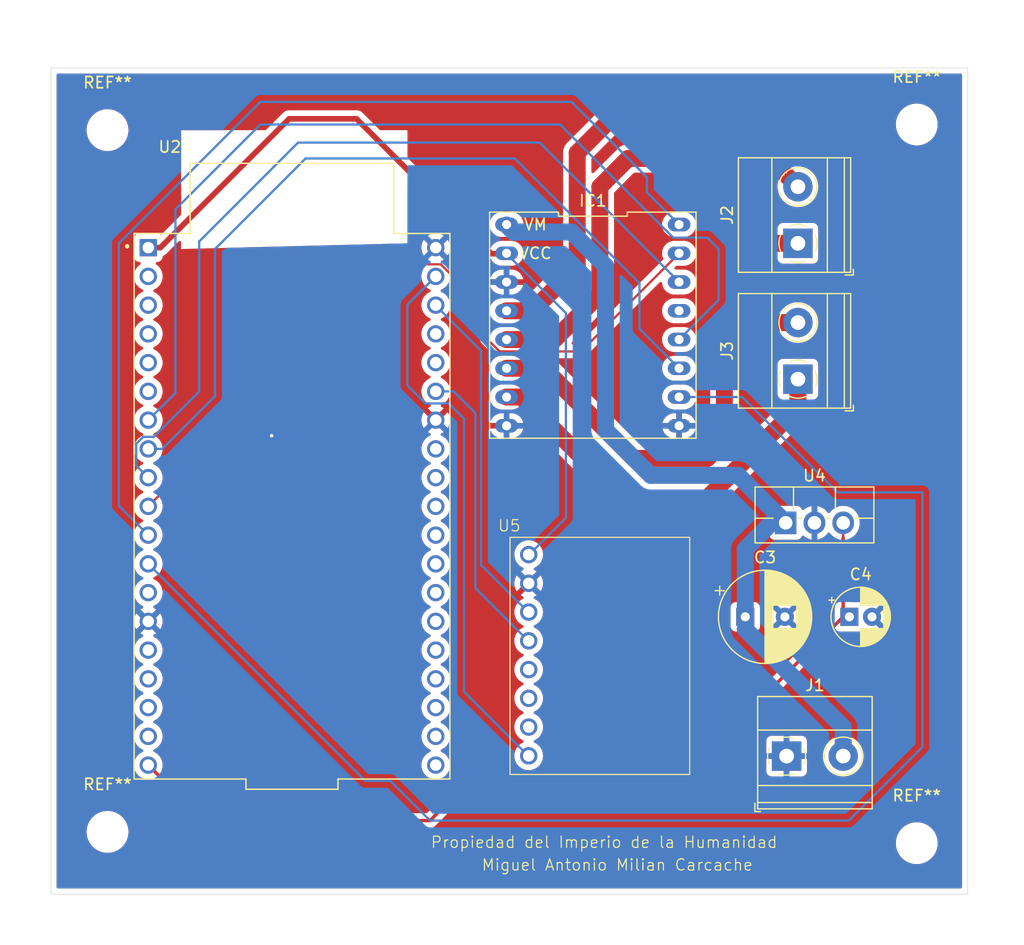
<source format=kicad_pcb>
(kicad_pcb (version 20240108) (generator "pcbnew") (generator_version "8.0")
  (layers (0 "F.Cu" signal) (31 "B.Cu" signal) (34 "B.Paste" user) (35 "F.Paste" user) (36 "B.SilkS" user "B.Silkscreen") (37 "F.SilkS" user "F.Silkscreen") (38 "B.Mask" user) (39 "F.Mask" user) (44 "Edge.Cuts" user))
  (net 0 "")
  (net 1 "+9V")
  (net 2 "GND")
  (net 3 "+5V")
  (net 4 "DirB MotorA")
  (net 5 "Derecha A")
  (net 6 "Enable A")
  (net 7 "+3.3V")
  (net 8 "Enable B")
  (net 9 "Izquierda A")
  (net 10 "Derecha B")
  (net 11 "DirA MotorA")
  (net 12 "Izquierda B")
  (net 13 "DirA MotorB")
  (net 14 "DirB MotorB")
  (net 27 "SCL")
  (net 28 "D4")
  (net 33 "SDA")
  (footprint "Capacitor_THT:CP_Radial_D5.0mm_P2.00mm" (layer "F.Cu") (at 127.0449 96.5)
    (property "Reference" "C4" (at 1 -3.75 0) (layer "F.SilkS"))
    (property "Value" "0.1uF")
    (pad "1" thru_hole rect (at 0 0) (size 1.6 1.6) (drill 0.8) (layers "*.Cu" "*.Mask") (net 3 "+5V"))
    (pad "2" thru_hole circle (at 2 0) (size 1.6 1.6) (drill 0.8) (layers "*.Cu" "*.Mask") (net 2 "GND"))
  )
  (footprint "TerminalBlock_Phoenix:TerminalBlock_Phoenix_MKDS-1,5-2_1x02_P5.00mm_Horizontal" (layer "F.Cu") (at 122.5 75.5 90)
    (property "Reference" "J3" (at 2.5 -6.26 -90) (layer "F.SilkS"))
    (property "Value" "Conn_01x02")
    (pad "1" thru_hole rect (at 0 0 90) (size 2.6 2.6) (drill 1.3) (layers "*.Cu" "*.Mask") (net 14 "DirB MotorB"))
    (pad "2" thru_hole circle (at 5 0 90) (size 2.6 2.6) (drill 1.3) (layers "*.Cu" "*.Mask") (net 13 "DirA MotorB"))
  )
  (footprint "Huellas Ramses:TB6612FngSparkfun" (layer "F.Cu") (at 105.65 74.54)
    (property "Reference" "IC1" (at -1.27 -14.8 0) (layer "F.SilkS"))
    (property "Value" "TB6612FNG")
    (fp_text user "VM" (at -6.35 -12.7 0) (layer "F.SilkS"))
    (fp_text user "VCC" (at -6.35 -10.16 0) (layer "F.SilkS"))
    (pad "1" thru_hole oval (at -8.89 -12.7 270) (size 1.2 2) (drill 0.8) (layers "*.Cu" "*.Mask") (net 1 "+9V"))
    (pad "2" thru_hole oval (at -8.89 -10.16 270) (size 1.2 2) (drill 0.8) (layers "*.Cu" "*.Mask") (net 7 "+3.3V"))
    (pad "3" thru_hole oval (at -8.89 -7.62 270) (size 1.2 2) (drill 0.8) (layers "*.Cu" "*.Mask") (net 2 "GND"))
    (pad "4" thru_hole oval (at -8.89 -5.08 270) (size 1.2 2) (drill 0.8) (layers "*.Cu" "*.Mask") (net 11 "DirA MotorA"))
    (pad "5" thru_hole oval (at -8.89 -2.54 270) (size 1.2 2) (drill 0.8) (layers "*.Cu" "*.Mask") (net 4 "DirB MotorA"))
    (pad "6" thru_hole oval (at -8.89 0 270) (size 1.2 2) (drill 0.8) (layers "*.Cu" "*.Mask") (net 13 "DirA MotorB"))
    (pad "7" thru_hole oval (at -8.89 2.54 270) (size 1.2 2) (drill 0.8) (layers "*.Cu" "*.Mask") (net 14 "DirB MotorB"))
    (pad "8" thru_hole oval (at -8.89 5.08 270) (size 1.2 2) (drill 0.8) (layers "*.Cu" "*.Mask") (net 2 "GND"))
    (pad "9" thru_hole oval (at 6.35 5.08 270) (size 1.2 2) (drill 0.8) (layers "*.Cu" "*.Mask") (net 2 "GND"))
    (pad "10" thru_hole oval (at 6.35 2.54 270) (size 1.2 2) (drill 0.8) (layers "*.Cu" "*.Mask") (net 8 "Enable B"))
    (pad "11" thru_hole oval (at 6.35 0 270) (size 1.2 2) (drill 0.8) (layers "*.Cu" "*.Mask") (net 10 "Derecha B"))
    (pad "12" thru_hole oval (at 6.35 -2.54 270) (size 1.2 2) (drill 0.8) (layers "*.Cu" "*.Mask") (net 12 "Izquierda B"))
    (pad "13" thru_hole oval (at 6.35 -5.08 270) (size 1.2 2) (drill 0.8) (layers "*.Cu" "*.Mask"))
    (pad "14" thru_hole oval (at 6.35 -7.62 270) (size 1.2 2) (drill 0.8) (layers "*.Cu" "*.Mask") (net 9 "Izquierda A"))
    (pad "15" thru_hole oval (at 6.35 -10.16 270) (size 1.2 2) (drill 0.8) (layers "*.Cu" "*.Mask") (net 5 "Derecha A"))
    (pad "16" thru_hole oval (at 6.35 -12.7 270) (size 1.2 2) (drill 0.8) (layers "*.Cu" "*.Mask") (net 6 "Enable A"))
  )
  (footprint "TerminalBlock_Phoenix:TerminalBlock_Phoenix_MKDS-1,5-2_1x02_P5.00mm_Horizontal" (layer "F.Cu") (at 121.5 108.805)
    (property "Reference" "J1" (at 2.5 -6.26 0) (layer "F.SilkS"))
    (property "Value" "Conn_01x02")
    (pad "1" thru_hole rect (at 0 0) (size 2.6 2.6) (drill 1.3) (layers "*.Cu" "*.Mask") (net 2 "GND"))
    (pad "2" thru_hole circle (at 5 0) (size 2.6 2.6) (drill 1.3) (layers "*.Cu" "*.Mask") (net 1 "+9V"))
  )
  (footprint "ESP32:MODULE_ESP32-DEVKITC" (layer "F.Cu") (at 77.8 86.73)
    (property "Reference" "U2" (at -10.795 -31.75 0) (layer "F.SilkS"))
    (property "Value" "ESP32-DEVKITC")
    (pad "1" thru_hole rect (at -12.7 -22.85) (size 1.53 1.53) (drill 1.02) (layers "*.Cu" "*.Mask") (net 7 "+3.3V"))
    (pad "2" thru_hole circle (at -12.7 -20.31) (size 1.53 1.53) (drill 1.02) (layers "*.Cu" "*.Mask"))
    (pad "3" thru_hole circle (at -12.7 -17.77) (size 1.53 1.53) (drill 1.02) (layers "*.Cu" "*.Mask"))
    (pad "4" thru_hole circle (at -12.7 -15.23) (size 1.53 1.53) (drill 1.02) (layers "*.Cu" "*.Mask"))
    (pad "5" thru_hole circle (at -12.7 -12.69) (size 1.53 1.53) (drill 1.02) (layers "*.Cu" "*.Mask"))
    (pad "6" thru_hole circle (at -12.7 -10.15) (size 1.53 1.53) (drill 1.02) (layers "*.Cu" "*.Mask"))
    (pad "7" thru_hole circle (at -12.7 -7.61) (size 1.53 1.53) (drill 1.02) (layers "*.Cu" "*.Mask") (net 12 "Izquierda B"))
    (pad "8" thru_hole circle (at -12.7 -5.07) (size 1.53 1.53) (drill 1.02) (layers "*.Cu" "*.Mask") (net 10 "Derecha B"))
    (pad "9" thru_hole circle (at -12.7 -2.53) (size 1.53 1.53) (drill 1.02) (layers "*.Cu" "*.Mask") (net 9 "Izquierda A"))
    (pad "10" thru_hole circle (at -12.7 0.01) (size 1.53 1.53) (drill 1.02) (layers "*.Cu" "*.Mask") (net 5 "Derecha A"))
    (pad "11" thru_hole circle (at -12.7 2.55) (size 1.53 1.53) (drill 1.02) (layers "*.Cu" "*.Mask") (net 6 "Enable A"))
    (pad "12" thru_hole circle (at -12.7 5.09) (size 1.53 1.53) (drill 1.02) (layers "*.Cu" "*.Mask") (net 8 "Enable B"))
    (pad "13" thru_hole circle (at -12.7 7.63) (size 1.53 1.53) (drill 1.02) (layers "*.Cu" "*.Mask"))
    (pad "14" thru_hole circle (at -12.7 10.17) (size 1.53 1.53) (drill 1.02) (layers "*.Cu" "*.Mask") (net 2 "GND"))
    (pad "15" thru_hole circle (at -12.7 12.71) (size 1.53 1.53) (drill 1.02) (layers "*.Cu" "*.Mask"))
    (pad "16" thru_hole circle (at -12.7 15.25) (size 1.53 1.53) (drill 1.02) (layers "*.Cu" "*.Mask"))
    (pad "17" thru_hole circle (at -12.7 17.79) (size 1.53 1.53) (drill 1.02) (layers "*.Cu" "*.Mask"))
    (pad "18" thru_hole circle (at -12.7 20.33) (size 1.53 1.53) (drill 1.02) (layers "*.Cu" "*.Mask"))
    (pad "19" thru_hole circle (at -12.7 22.87) (size 1.53 1.53) (drill 1.02) (layers "*.Cu" "*.Mask") (net 3 "+5V"))
    (pad "20" thru_hole circle (at 12.7 22.87) (size 1.53 1.53) (drill 1.02) (layers "*.Cu" "*.Mask"))
    (pad "21" thru_hole circle (at 12.7 20.33) (size 1.53 1.53) (drill 1.02) (layers "*.Cu" "*.Mask"))
    (pad "22" thru_hole circle (at 12.7 17.79) (size 1.53 1.53) (drill 1.02) (layers "*.Cu" "*.Mask"))
    (pad "23" thru_hole circle (at 12.7 15.25) (size 1.53 1.53) (drill 1.02) (layers "*.Cu" "*.Mask"))
    (pad "24" thru_hole circle (at 12.7 12.71) (size 1.53 1.53) (drill 1.02) (layers "*.Cu" "*.Mask"))
    (pad "25" thru_hole circle (at 12.7 10.17) (size 1.53 1.53) (drill 1.02) (layers "*.Cu" "*.Mask"))
    (pad "26" thru_hole circle (at 12.7 7.63) (size 1.53 1.53) (drill 1.02) (layers "*.Cu" "*.Mask"))
    (pad "27" thru_hole circle (at 12.7 5.09) (size 1.53 1.53) (drill 1.02) (layers "*.Cu" "*.Mask"))
    (pad "28" thru_hole circle (at 12.7 2.55) (size 1.53 1.53) (drill 1.02) (layers "*.Cu" "*.Mask"))
    (pad "29" thru_hole circle (at 12.7 0.01) (size 1.53 1.53) (drill 1.02) (layers "*.Cu" "*.Mask"))
    (pad "30" thru_hole circle (at 12.7 -2.53) (size 1.53 1.53) (drill 1.02) (layers "*.Cu" "*.Mask"))
    (pad "31" thru_hole circle (at 12.7 -5.07) (size 1.53 1.53) (drill 1.02) (layers "*.Cu" "*.Mask"))
    (pad "32" thru_hole circle (at 12.7 -7.61) (size 1.53 1.53) (drill 1.02) (layers "*.Cu" "*.Mask") (net 2 "GND"))
    (pad "33" thru_hole circle (at 12.7 -10.15) (size 1.53 1.53) (drill 1.02) (layers "*.Cu" "*.Mask") (net 33 "SDA"))
    (pad "34" thru_hole circle (at 12.7 -12.69) (size 1.53 1.53) (drill 1.02) (layers "*.Cu" "*.Mask"))
    (pad "35" thru_hole circle (at 12.7 -15.23) (size 1.53 1.53) (drill 1.02) (layers "*.Cu" "*.Mask"))
    (pad "36" thru_hole circle (at 12.7 -17.77) (size 1.53 1.53) (drill 1.02) (layers "*.Cu" "*.Mask") (net 27 "SCL"))
    (pad "37" thru_hole circle (at 12.7 -20.31) (size 1.53 1.53) (drill 1.02) (layers "*.Cu" "*.Mask") (net 28 "D4"))
    (pad "38" thru_hole circle (at 12.7 -22.85) (size 1.53 1.53) (drill 1.02) (layers "*.Cu" "*.Mask") (net 2 "GND"))
  )
  (footprint "MountingHole:MountingHole_3.2mm_M3" (layer "F.Cu") (at 133 53)
    (property "Reference" "REF**" (at 0 -4.2 0) (layer "F.SilkS"))
    (property "Value" "MountingHole_3.2mm_M3")
    (pad "" np_thru_hole circle (at 0 0) (size 3.2 3.2) (drill 3.2) (layers "*.Cu" "*.Mask"))
  )
  (footprint "Huellas Ramses:MPU6050" (layer "F.Cu") (at 98.7135 91)
    (property "Reference" "U5" (at -1.7135 -2.5465 0) (layer "F.SilkS") (effects (font (thickness 0.1))))
    (property "Value" "MPU-6050-A")
    (pad "1" thru_hole circle (at 0 0) (size 1.53 1.53) (drill 1.02) (layers "*.Cu" "*.Mask") (net 7 "+3.3V"))
    (pad "2" thru_hole circle (at 0 2.54) (size 1.53 1.53) (drill 1.02) (layers "*.Cu" "*.Mask") (net 2 "GND"))
    (pad "3" thru_hole circle (at 0 5.08) (size 1.53 1.53) (drill 1.02) (layers "*.Cu" "*.Mask") (net 27 "SCL"))
    (pad "4" thru_hole circle (at 0 7.62) (size 1.53 1.53) (drill 1.02) (layers "*.Cu" "*.Mask") (net 33 "SDA"))
    (pad "5" thru_hole circle (at 0 10.16) (size 1.53 1.53) (drill 1.02) (layers "*.Cu" "*.Mask"))
    (pad "6" thru_hole circle (at 0 12.7) (size 1.53 1.53) (drill 1.02) (layers "*.Cu" "*.Mask"))
    (pad "7" thru_hole circle (at 0 15.24) (size 1.53 1.53) (drill 1.02) (layers "*.Cu" "*.Mask"))
    (pad "8" thru_hole circle (at 0 17.78) (size 1.53 1.53) (drill 1.02) (layers "*.Cu" "*.Mask") (net 28 "D4"))
  )
  (footprint "Package_TO_SOT_THT:TO-220F-3_Vertical" (layer "F.Cu") (at 121.42 88.195)
    (property "Reference" "U4" (at 2.54 -4.1675 0) (layer "F.SilkS"))
    (property "Value" "L7805")
    (pad "1" thru_hole rect (at 0 0) (size 1.905 2) (drill 1.2) (layers "*.Cu" "*.Mask") (net 1 "+9V"))
    (pad "2" thru_hole oval (at 2.54 0) (size 1.905 2) (drill 1.2) (layers "*.Cu" "*.Mask") (net 2 "GND"))
    (pad "3" thru_hole oval (at 5.08 0) (size 1.905 2) (drill 1.2) (layers "*.Cu" "*.Mask") (net 3 "+5V"))
  )
  (footprint "MountingHole:MountingHole_3.2mm_M3" (layer "F.Cu") (at 61.5 115.5)
    (property "Reference" "REF**" (at 0 -4.2 0) (layer "F.SilkS"))
    (property "Value" "MountingHole_3.2mm_M3")
    (pad "" np_thru_hole circle (at 0 0) (size 3.2 3.2) (drill 3.2) (layers "*.Cu" "*.Mask"))
  )
  (footprint "MountingHole:MountingHole_3.2mm_M3" (layer "F.Cu") (at 133 116.5)
    (property "Reference" "REF**" (at 0 -4.2 0) (layer "F.SilkS"))
    (property "Value" "MountingHole_3.2mm_M3")
    (pad "" np_thru_hole circle (at 0 0) (size 3.2 3.2) (drill 3.2) (layers "*.Cu" "*.Mask"))
  )
  (footprint "Capacitor_THT:CP_Radial_D8.0mm_P3.50mm" (layer "F.Cu") (at 117.8473 96.5)
    (property "Reference" "C3" (at 1.75 -5.25 0) (layer "F.SilkS"))
    (property "Value" "0.47uF")
    (pad "1" thru_hole rect (at 0 0) (size 1.6 1.6) (drill 0.8) (layers "*.Cu" "*.Mask") (net 1 "+9V"))
    (pad "2" thru_hole circle (at 3.5 0) (size 1.6 1.6) (drill 0.8) (layers "*.Cu" "*.Mask") (net 2 "GND"))
  )
  (footprint "MountingHole:MountingHole_3.2mm_M3" (layer "F.Cu") (at 61.5 53.5)
    (property "Reference" "REF**" (at 0 -4.2 0) (layer "F.SilkS"))
    (property "Value" "MountingHole_3.2mm_M3")
    (pad "" np_thru_hole circle (at 0 0) (size 3.2 3.2) (drill 3.2) (layers "*.Cu" "*.Mask"))
  )
  (footprint "TerminalBlock_Phoenix:TerminalBlock_Phoenix_MKDS-1,5-2_1x02_P5.00mm_Horizontal" (layer "F.Cu") (at 122.5 63.5 90)
    (property "Reference" "J2" (at 2.5 -6.26 -90) (layer "F.SilkS"))
    (property "Value" "Conn_01x02")
    (pad "1" thru_hole rect (at 0 0 90) (size 2.6 2.6) (drill 1.3) (layers "*.Cu" "*.Mask") (net 4 "DirB MotorA"))
    (pad "2" thru_hole circle (at 5 0 90) (size 2.6 2.6) (drill 1.3) (layers "*.Cu" "*.Mask") (net 11 "DirA MotorA"))
  )
  (gr_rect (start 56.5 48) (end 137.5 121) (stroke (width 0.05)) (fill none) (layer "Edge.Cuts"))
  (gr_text "Propiedad del Imperio de la Humanidad" (at 90 117 0) (layer "F.SilkS") (effects (font (size 1 1) (thickness 0.1)) (justify left bottom)))
  (gr_text "Miguel Antonio Milian Carcache" (at 94.5 119 0) (layer "F.SilkS") (effects (font (size 1 1) (thickness 0.1)) (justify left bottom)))
  (segment (start 105.5 65.5) (end 105.5 80) (width 1.5) (layer "B.Cu") (net 1))
  (segment (start 105.5 80) (end 109.5 84) (width 1.5) (layer "B.Cu") (net 1))
  (segment (start 121.42 88.195) (end 120.1674 88.195) (width 0.4) (layer "B.Cu") (net 1))
  (segment (start 96.76 61.88) (end 97.38 62.5) (width 1.5) (layer "B.Cu") (net 1))
  (segment (start 117.8473 96.5) (end 117.8473 97.6001) (width 0.4) (layer "B.Cu") (net 1))
  (segment (start 120.1674 88.195) (end 117.8473 90.5151) (width 1.5) (layer "B.Cu") (net 1))
  (segment (start 126.5 106.2528) (end 126.5 108.805) (width 1.5) (layer "B.Cu") (net 1))
  (segment (start 102.5 62.5) (end 105.5 65.5) (width 1.5) (layer "B.Cu") (net 1))
  (segment (start 117.8473 97.6001) (end 126.5 106.2528) (width 1.5) (layer "B.Cu") (net 1))
  (segment (start 97.38 62.5) (end 102.5 62.5) (width 1.5) (layer "B.Cu") (net 1))
  (segment (start 117.8473 90.5151) (end 117.8473 96.5) (width 1.5) (layer "B.Cu") (net 1))
  (segment (start 117.225 84) (end 121.42 88.195) (width 1.5) (layer "B.Cu") (net 1))
  (segment (start 109.5 84) (end 117.225 84) (width 1.5) (layer "B.Cu") (net 1))
  (via (at 76 80.5) (size 0.6) (drill 0.3) (layers "F.Cu" "B.Cu") (net 2))
  (segment (start 126.4949 96.5051) (end 126.4949 96.5) (width 0.2) (layer "F.Cu") (net 3))
  (segment (start 92.5 112) (end 111 112) (width 0.3) (layer "F.Cu") (net 3))
  (segment (start 111 112) (end 126.4949 96.5051) (width 0.3) (layer "F.Cu") (net 3))
  (segment (start 126.4949 96.5) (end 126.4949 89.5002) (width 0.3) (layer "F.Cu") (net 3))
  (segment (start 90 114.5) (end 92.5 112) (width 0.3) (layer "F.Cu") (net 3))
  (segment (start 127.0449 96.5) (end 126.4949 96.5) (width 0.2) (layer "F.Cu") (net 3))
  (segment (start 126.4949 89.5002) (end 126.5 89.4951) (width 0.2) (layer "F.Cu") (net 3))
  (segment (start 65.1 109.6) (end 70 114.5) (width 0.3) (layer "F.Cu") (net 3))
  (segment (start 126.5 88.195) (end 126.5 89.4951) (width 0.2) (layer "F.Cu") (net 3))
  (segment (start 70 114.5) (end 90 114.5) (width 0.3) (layer "F.Cu") (net 3))
  (segment (start 127.0449 96.9774) (end 127.0449 96.5) (width 0.2) (layer "B.Cu") (net 3))
  (segment (start 127.045 96.9775) (end 127.0449 96.9774) (width 0.2) (layer "B.Cu") (net 3))
  (segment (start 127.045 96.9775) (end 127.045 96.5) (width 0.2) (layer "B.Cu") (net 3))
  (segment (start 105 68) (end 105 58.5) (width 1.5) (layer "F.Cu") (net 4))
  (segment (start 105 58.5) (end 107.5 56) (width 1.5) (layer "F.Cu") (net 4))
  (segment (start 112 56) (end 119.5 63.5) (width 1.5) (layer "F.Cu") (net 4))
  (segment (start 96.76 72) (end 101 72) (width 1.5) (layer "F.Cu") (net 4))
  (segment (start 107.5 56) (end 112 56) (width 1.5) (layer "F.Cu") (net 4))
  (segment (start 119.5 63.5) (end 122.5 63.5) (width 1.5) (layer "F.Cu") (net 4))
  (segment (start 101 72) (end 105 68) (width 1.5) (layer "F.Cu") (net 4))
  (segment (start 96.137208 73.05) (end 103.33 73.05) (width 0.2) (layer "F.Cu") (net 5))
  (segment (start 90.941138 65.355) (end 95 69.413862) (width 0.2) (layer "F.Cu") (net 5))
  (segment (start 103.33 73.05) (end 112 64.38) (width 0.2) (layer "F.Cu") (net 5))
  (segment (start 86.485 65.355) (end 90.941138 65.355) (width 0.2) (layer "F.Cu") (net 5))
  (segment (start 95 69.413862) (end 95 71.912792) (width 0.2) (layer "F.Cu") (net 5))
  (segment (start 95 71.912792) (end 96.137208 73.05) (width 0.2) (layer "F.Cu") (net 5))
  (segment (start 65.1 86.74) (end 86.485 65.355) (width 0.2) (layer "F.Cu") (net 5))
  (segment (start 112 64.42) (end 112 64.11005) (width 0.2) (layer "B.Cu") (net 5))
  (segment (start 62.5 63.5) (end 75 51) (width 0.2) (layer "B.Cu") (net 6))
  (segment (start 75 51) (end 102.5 51) (width 0.2) (layer "B.Cu") (net 6))
  (segment (start 109.16 57.66) (end 109.16 59) (width 0.2) (layer "B.Cu") (net 6))
  (segment (start 109.16 59) (end 112 61.84) (width 0.2) (layer "B.Cu") (net 6))
  (segment (start 62.5 86.68) (end 62.5 63.5) (width 0.2) (layer "B.Cu") (net 6))
  (segment (start 65.1 89.28) (end 62.5 86.68) (width 0.2) (layer "B.Cu") (net 6))
  (segment (start 102.5 51) (end 109.16 57.66) (width 0.2) (layer "B.Cu") (net 6))
  (segment (start 95.42 64.42) (end 83.5 52.5) (width 0.5) (layer "F.Cu") (net 7))
  (segment (start 83.5 52.5) (end 77.5451 52.5) (width 0.5) (layer "F.Cu") (net 7))
  (segment (start 66.1651 63.88) (end 65.1 63.88) (width 0.5) (layer "F.Cu") (net 7))
  (segment (start 96.76 64.42) (end 95.42 64.42) (width 0.5) (layer "F.Cu") (net 7))
  (segment (start 77.5451 52.5) (end 66.1651 63.88) (width 0.5) (layer "F.Cu") (net 7))
  (segment (start 102 69.66) (end 102 87.76) (width 0.2) (layer "B.Cu") (net 7))
  (segment (start 96.76 64.42) (end 102 69.66) (width 0.2) (layer "B.Cu") (net 7))
  (segment (start 102 87.76) (end 98.7135 91.0465) (width 0.2) (layer "B.Cu") (net 7))
  (segment (start 133.5 108) (end 133.5 85.5) (width 0.2) (layer "B.Cu") (net 8))
  (segment (start 84.28 111) (end 86.5 111) (width 0.2) (layer "B.Cu") (net 8))
  (segment (start 126 85.5) (end 117.58 77.08) (width 0.2) (layer "B.Cu") (net 8))
  (segment (start 90 114.5) (end 127 114.5) (width 0.2) (layer "B.Cu") (net 8))
  (segment (start 86.5 111) (end 90 114.5) (width 0.2) (layer "B.Cu") (net 8))
  (segment (start 117.58 77.08) (end 112 77.08) (width 0.2) (layer "B.Cu") (net 8))
  (segment (start 65.1 91.82) (end 84.28 111) (width 0.2) (layer "B.Cu") (net 8))
  (segment (start 133.5 85.5) (end 126 85.5) (width 0.2) (layer "B.Cu") (net 8))
  (segment (start 127 114.5) (end 133.5 108) (width 0.2) (layer "B.Cu") (net 8))
  (segment (start 99.68 54.6) (end 112 66.92) (width 0.2) (layer "B.Cu") (net 9))
  (segment (start 78.334315 54.6) (end 99.68 54.6) (width 0.2) (layer "B.Cu") (net 9))
  (segment (start 65.599314 80.595) (end 69.6 76.594314) (width 0.2) (layer "B.Cu") (net 9))
  (segment (start 64.658862 80.595) (end 65.599314 80.595) (width 0.2) (layer "B.Cu") (net 9))
  (segment (start 64.035 83.135) (end 64.035 81.218862) (width 0.2) (layer "B.Cu") (net 9))
  (segment (start 69.6 76.594314) (end 69.6 63.334314) (width 0.2) (layer "B.Cu") (net 9))
  (segment (start 64.035 81.218862) (end 64.658862 80.595) (width 0.2) (layer "B.Cu") (net 9))
  (segment (start 65.1 84.2) (end 64.035 83.135) (width 0.2) (layer "B.Cu") (net 9))
  (segment (start 69.6 63.334314) (end 78.334315 54.6) (width 0.2) (layer "B.Cu") (net 9))
  (segment (start 66.34 81.66) (end 71 77) (width 0.2) (layer "B.Cu") (net 10))
  (segment (start 108.5 67.015076) (end 108.5 71.04) (width 0.2) (layer "B.Cu") (net 10))
  (segment (start 108.5 71.04) (end 112 74.54) (width 0.2) (layer "B.Cu") (net 10))
  (segment (start 97.484924 56) (end 108.5 67.015076) (width 0.2) (layer "B.Cu") (net 10))
  (segment (start 71 64) (end 79 56) (width 0.2) (layer "B.Cu") (net 10))
  (segment (start 79 56) (end 97.484924 56) (width 0.2) (layer "B.Cu") (net 10))
  (segment (start 71 77) (end 71 64) (width 0.2) (layer "B.Cu") (net 10))
  (segment (start 65.1 81.66) (end 66.34 81.66) (width 0.2) (layer "B.Cu") (net 10))
  (segment (start 96.76 69.46) (end 99.04 69.46) (width 1.5) (layer "F.Cu") (net 11))
  (segment (start 99.04 69.46) (end 103 65.5) (width 1.5) (layer "F.Cu") (net 11))
  (segment (start 116.5 52.5) (end 122.5 58.5) (width 1.5) (layer "F.Cu") (net 11))
  (segment (start 103 65.5) (end 103 55.5) (width 1.5) (layer "F.Cu") (net 11))
  (segment (start 106 52.5) (end 116.5 52.5) (width 1.5) (layer "F.Cu") (net 11))
  (segment (start 103 55.5) (end 106 52.5) (width 1.5) (layer "F.Cu") (net 11))
  (segment (start 115.5 64) (end 115.5 68.5) (width 0.2) (layer "B.Cu") (net 12))
  (segment (start 101.487208 53) (end 111.487208 63) (width 0.2) (layer "B.Cu") (net 12))
  (segment (start 114.5 63) (end 115.5 64) (width 0.2) (layer "B.Cu") (net 12))
  (segment (start 111.487208 63) (end 114.5 63) (width 0.2) (layer "B.Cu") (net 12))
  (segment (start 67.5 76.72) (end 67.5 60.5) (width 0.2) (layer "B.Cu") (net 12))
  (segment (start 65.1 79.12) (end 67.5 76.72) (width 0.2) (layer "B.Cu") (net 12))
  (segment (start 75 53) (end 101.487208 53) (width 0.2) (layer "B.Cu") (net 12))
  (segment (start 115.5 68.5) (end 112 72) (width 0.2) (layer "B.Cu") (net 12))
  (segment (start 67.5 60.5) (end 75 53) (width 0.2) (layer "B.Cu") (net 12))
  (segment (start 108 82.5) (end 114.5 82.5) (width 1.5) (layer "F.Cu") (net 13))
  (segment (start 96.76 74.54) (end 100.04 74.54) (width 1.5) (layer "F.Cu") (net 13))
  (segment (start 114.5 82.5) (end 116 81) (width 1.5) (layer "F.Cu") (net 13))
  (segment (start 100.04 74.54) (end 108 82.5) (width 1.5) (layer "F.Cu") (net 13))
  (segment (start 118 70.5) (end 122.5 70.5) (width 1.5) (layer "F.Cu") (net 13))
  (segment (start 116 81) (end 116 72.5) (width 1.5) (layer "F.Cu") (net 13))
  (segment (start 116 72.5) (end 118 70.5) (width 1.5) (layer "F.Cu") (net 13))
  (segment (start 122.5 78) (end 122.5 75.5) (width 1.5) (layer "F.Cu") (net 14))
  (segment (start 114 86.5) (end 122.5 78) (width 1.5) (layer "F.Cu") (net 14))
  (segment (start 107.5 86.5) (end 114 86.5) (width 1.5) (layer "F.Cu") (net 14))
  (segment (start 96.76 77.08) (end 98.08 77.08) (width 1.5) (layer "F.Cu") (net 14))
  (segment (start 98.08 77.08) (end 107.5 86.5) (width 1.5) (layer "F.Cu") (net 14))
  (segment (start 94.5 91.913) (end 98.7135 96.1265) (width 0.2) (layer "B.Cu") (net 27))
  (segment (start 90.5 68.96) (end 90.5 69) (width 0.2) (layer "B.Cu") (net 27))
  (segment (start 94.5 73) (end 94.5 91.913) (width 0.2) (layer "B.Cu") (net 27))
  (segment (start 90.5 69) (end 94.5 73) (width 0.2) (layer "B.Cu") (net 27))
  (segment (start 88 76.0556) (end 89.5894 77.645) (width 0.2) (layer "B.Cu") (net 28))
  (segment (start 89.5894 77.645) (end 91.645 77.645) (width 0.2) (layer "B.Cu") (net 28))
  (segment (start 90.5 66.42) (end 88 68.92) (width 0.2) (layer "B.Cu") (net 28))
  (segment (start 91.645 77.645) (end 93 79) (width 0.2) (layer "B.Cu") (net 28))
  (segment (start 88 68.92) (end 88 76.0556) (width 0.2) (layer "B.Cu") (net 28))
  (segment (start 93 103.113) (end 98.7135 108.8265) (width 0.2) (layer "B.Cu") (net 28))
  (segment (start 93 79) (end 93 103.113) (width 0.2) (layer "B.Cu") (net 28))
  (segment (start 90.5 76.58) (end 92.08 76.58) (width 0.2) (layer "B.Cu") (net 33))
  (segment (start 94 78.5) (end 94 93.953) (width 0.2) (layer "B.Cu") (net 33))
  (segment (start 92.08 76.58) (end 94 78.5) (width 0.2) (layer "B.Cu") (net 33))
  (segment (start 94 93.953) (end 98.7135 98.6665) (width 0.2) (layer "B.Cu") (net 33))
  (zone (net 2) (net_name "GND") (layers "F&B.Cu") (connect_pads (clearance 0.5)) (min_thickness 0.25) (fill yes (thermal_gap 0.5) (thermal_bridge_width 0.5))
    (polygon (pts (xy 52.5 42) (xy 52 125.5) (xy 141 125.5) (xy 140.5 42)))
  )
  (zone (net 0) (net_name "") (layers "F&B.Cu") (connect_pads (clearance 0)) (min_thickness 0.25)
    (keepout (tracks allowed) (vias not_allowed) (pads not_allowed) (copperpour not_allowed) (footprints allowed))
    (fill (thermal_gap 0.5) (thermal_bridge_width 0.5))
    (polygon (pts (xy 68 53.5) (xy 68 64) (xy 88 63.5) (xy 88 53.5)))
  )
)
</source>
